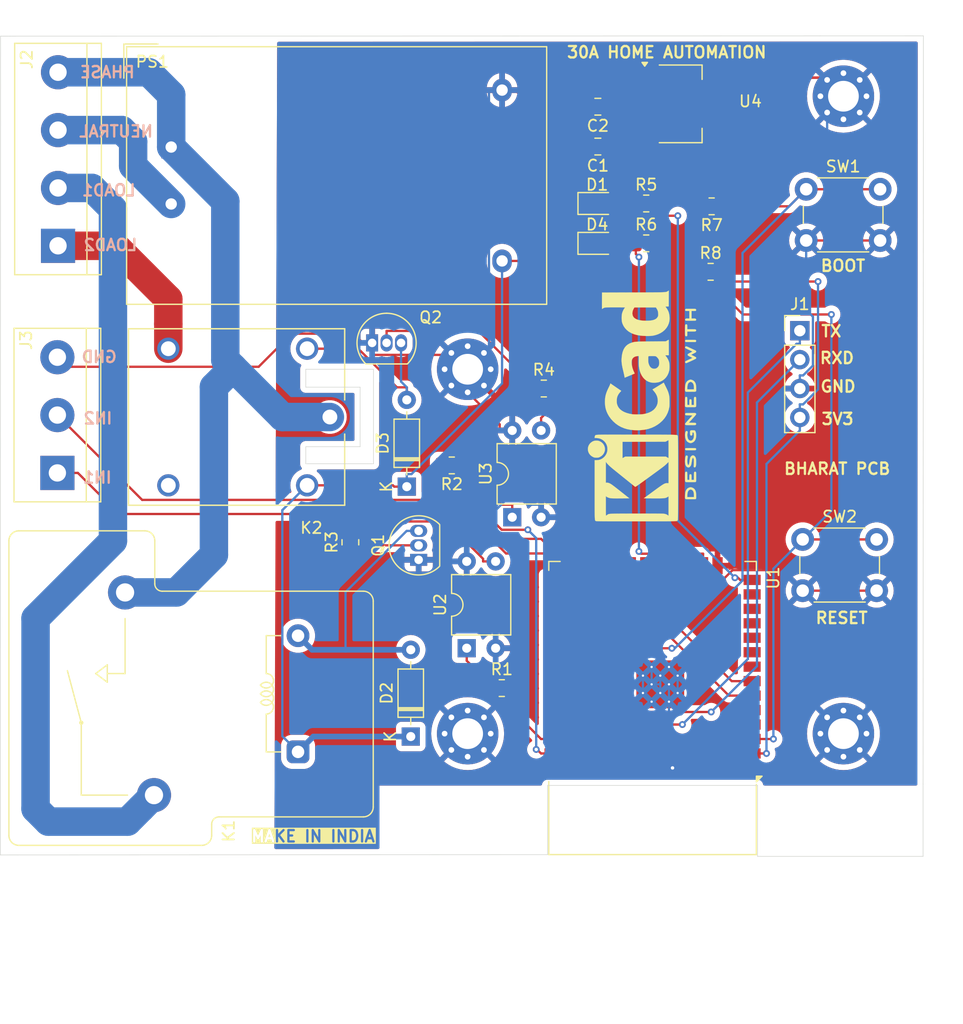
<source format=kicad_pcb>
(kicad_pcb (version 20240108) (generator "pcbnew") (generator_version "8.0")
  (layers (0 "F.Cu" signal) (31 "B.Cu" signal) (34 "B.Paste" user) (35 "F.Paste" user) (36 "B.SilkS" user "B.Silkscreen") (37 "F.SilkS" user "F.Silkscreen") (38 "B.Mask" user) (39 "F.Mask" user) (44 "Edge.Cuts" user))
  (net 0 "")
  (net 1 "/5V")
  (net 2 "GND")
  (net 3 "/3V3")
  (net 4 "Net-(D1-A)")
  (net 5 "Net-(D2-A)")
  (net 6 "Net-(D3-A)")
  (net 7 "Net-(D4-A)")
  (net 8 "/RXD")
  (net 9 "/TXD")
  (net 10 "/L1")
  (net 11 "/N")
  (net 12 "/L2")
  (net 13 "/P")
  (net 14 "/IN2")
  (net 15 "/IN1")
  (net 17 "Net-(Q1-B)")
  (net 18 "Net-(Q2-B)")
  (net 19 "/R1")
  (net 20 "Net-(R1-Pad1)")
  (net 21 "Net-(R2-Pad1)")
  (net 22 "/R2")
  (net 23 "Net-(R3-Pad2)")
  (net 24 "Net-(R4-Pad2)")
  (net 25 "/LED1")
  (net 26 "/LED2")
  (net 27 "/BOOT")
  (net 28 "/EN")
  (footprint "MountingHole:MountingHole_2.7mm_M2.5_Pad_Via" (layer "F.Cu") (at 147 119)
    (property "Reference" "H4" (hide yes))
    (property "Value" "MountingHole_Pad")
  )
  (footprint "Symbol:KiCad-Logo2_8mm_SilkScreen" (layer "F.Cu") (at 161.501424 90.234893 90)
    (property "Reference" "REF**" (hide yes))
    (property "Value" "KiCad-Logo2_8mm_SilkScreen" (hide yes))
  )
  (footprint "Package_DIP:DIP-4_W7.62mm" (layer "F.Cu") (at 146.9175 111.495 90)
    (property "Reference" "U2")
    (property "Value" "PC817")
  )
  (footprint "Relay_THT:Relay_SPST_RAYEX-L90AS" (layer "F.Cu") (at 134.6325 115.5 180)
    (property "Reference" "K1")
    (property "Value" "RAYEX-L90AS")
  )
  (footprint "Resistor_SMD:R_0805_2012Metric" (layer "F.Cu") (at 162.6925 72.445)
    (property "Reference" "R5")
    (property "Value" "1K")
  )
  (footprint "LED_SMD:LED_0805_2012Metric" (layer "F.Cu") (at 158.38 75.945)
    (property "Reference" "D4")
    (property "Value" "LED")
  )
  (footprint "Package_TO_SOT_SMD:SOT-223-3_TabPin2" (layer "F.Cu") (at 165.6925 63.695)
    (property "Reference" "U4")
    (property "Value" "AMS1117-3.3")
  )
  (footprint "Converter_ACDC:Converter_ACDC_Hi-Link_HLK-PMxx" (layer "F.Cu") (at 120.945 67.4875)
    (property "Reference" "PS1")
    (property "Value" "HLK-PM01")
  )
  (footprint "Resistor_SMD:R_0805_2012Metric" (layer "F.Cu") (at 168.4425 72.695 180)
    (property "Reference" "R7")
    (property "Value" "10K")
  )
  (footprint "Package_DIP:DIP-4_W7.62mm" (layer "F.Cu") (at 150.9175 99.995 90)
    (property "Reference" "U3")
    (property "Value" "PC817")
  )
  (footprint "Button_Switch_THT:SW_PUSH_6mm" (layer "F.Cu") (at 176.75 71.195)
    (property "Reference" "SW1")
    (property "Value" "SW_Push")
  )
  (footprint "Package_TO_SOT_THT:TO-92_Inline" (layer "F.Cu") (at 138.605 84.685)
    (property "Reference" "Q2")
    (property "Value" "S8050")
  )
  (footprint "Resistor_SMD:R_0805_2012Metric" (layer "F.Cu") (at 150 115)
    (property "Reference" "R1")
    (property "Value" "1K")
  )
  (footprint "Resistor_SMD:R_0805_2012Metric" (layer "F.Cu") (at 145.605 95.445 180)
    (property "Reference" "R2")
    (property "Value" "1K")
  )
  (footprint "MountingHole:MountingHole_2.7mm_M2.5_Pad_Via" (layer "F.Cu") (at 180.025 119)
    (property "Reference" "H2" (hide yes))
    (property "Value" "MountingHole_Pad")
  )
  (footprint "Connector_PinHeader_2.54mm:PinHeader_1x04_P2.54mm_Vertical" (layer "F.Cu") (at 176.1925 83.615)
    (property "Reference" "J1")
    (property "Value" "Conn_01x04_Pin")
  )
  (footprint "RF_Module:ESP32-WROOM-32" (layer "F.Cu") (at 163.25 113.76 180)
    (property "Reference" "U1")
    (property "Value" "ESP32-WROOM-32")
  )
  (footprint "Button_Switch_THT:SW_PUSH_6mm" (layer "F.Cu") (at 176.4425 101.945)
    (property "Reference" "SW2")
    (property "Value" "SW_Push")
  )
  (footprint "Package_TO_SOT_THT:TO-92_Inline" (layer "F.Cu") (at 142.6925 103.735 90)
    (property "Reference" "Q1")
    (property "Value" "S8050")
  )
  (footprint "Capacitor_SMD:C_0805_2012Metric" (layer "F.Cu") (at 158.4425 63.945 180)
    (property "Reference" "C2")
    (property "Value" "22uF")
  )
  (footprint "PR13-5V-450-1C:RELAY_PR13-5V-450-1C" (layer "F.Cu") (at 126.6925 91.195 180)
    (property "Reference" "K2")
    (property "Value" "PR13-5V-450-1C")
  )
  (footprint "Resistor_SMD:R_0805_2012Metric" (layer "F.Cu") (at 153.6925 88.695)
    (property "Reference" "R4")
    (property "Value" "1K")
  )
  (footprint "MountingHole:MountingHole_2.7mm_M2.5_Pad_Via" (layer "F.Cu") (at 147 87)
    (property "Reference" "H3" (hide yes))
    (property "Value" "MountingHole_Pad")
  )
  (footprint "Capacitor_SMD:C_0805_2012Metric" (layer "F.Cu") (at 158.4425 67.445 180)
    (property "Reference" "C1")
    (property "Value" "10uF")
  )
  (footprint "Resistor_SMD:R_0805_2012Metric" (layer "F.Cu") (at 136.6925 102.195 90)
    (property "Reference" "R3")
    (property "Value" "1K")
  )
  (footprint "TerminalBlock:TerminalBlock_bornier-3_P5.08mm" (layer "F.Cu") (at 110.9425 96.105 90)
    (property "Reference" "J3")
    (property "Value" "Screw_Terminal_01x03")
  )
  (footprint "Resistor_SMD:R_0805_2012Metric" (layer "F.Cu") (at 162.6925 75.945)
    (property "Reference" "R6")
    (property "Value" "1K")
  )
  (footprint "Resistor_SMD:R_0805_2012Metric" (layer "F.Cu") (at 168.355 78.445)
    (property "Reference" "R8")
    (property "Value" "10K")
  )
  (footprint "LED_SMD:LED_0805_2012Metric" (layer "F.Cu") (at 158.38 72.445)
    (property "Reference" "D1")
    (property "Value" "LED")
  )
  (footprint "Diode_THT:D_DO-35_SOD27_P7.62mm_Horizontal" (layer "F.Cu") (at 141.65 97.31 90)
    (property "Reference" "D3")
    (property "Value" "1N4148")
  )
  (footprint "Diode_THT:D_DO-35_SOD27_P7.62mm_Horizontal" (layer "F.Cu") (at 142 119.255 90)
    (property "Reference" "D2")
    (property "Value" "1N4148")
  )
  (footprint "TerminalBlock:TerminalBlock_bornier-4_P5.08mm" (layer "F.Cu") (at 111 76.16 90)
    (property "Reference" "J2")
    (property "Value" "Screw_Terminal_01x04")
  )
  (footprint "MountingHole:MountingHole_2.7mm_M2.5_Pad_Via" (layer "F.Cu") (at 180.025 63.025)
    (property "Reference" "H1" (hide yes))
    (property "Value" "MountingHole_Pad")
  )
  (gr_line (start 172.475 129.775) (end 172.475 123.55) (stroke (width 0.05)) (layer "Edge.Cuts"))
  (gr_line (start 106.775 57.75) (end 187.05 57.725) (stroke (width 0.05)) (layer "Edge.Cuts"))
  (gr_line (start 132.775 87) (end 132.775 88.575) (stroke (width 0.05)) (layer "Edge.Cuts"))
  (gr_line (start 138.725 87) (end 138.25 87) (stroke (width 0.05)) (layer "Edge.Cuts"))
  (gr_line (start 138.725 95.3) (end 138.725 87) (stroke (width 0.05)) (layer "Edge.Cuts"))
  (gr_line (start 187.025 129.775) (end 172.475 129.775) (stroke (width 0.05)) (layer "Edge.Cuts"))
  (gr_line (start 138.25 87) (end 132.775 87) (stroke (width 0.05)) (layer "Edge.Cuts"))
  (gr_line (start 105.925 129.65) (end 105.95 57.75) (stroke (width 0.05)) (layer "Edge.Cuts"))
  (gr_line (start 172.475 123.55) (end 154.025 123.55) (stroke (width 0.05)) (layer "Edge.Cuts"))
  (gr_line (start 154.025 123.55) (end 154.025 129.625) (stroke (width 0.05)) (layer "Edge.Cuts"))
  (gr_line (start 137.55 93.8) (end 132.775 93.8) (stroke (width 0.05)) (layer "Edge.Cuts"))
  (gr_line (start 105.95 57.75) (end 106.775 57.75) (stroke (width 0.05)) (layer "Edge.Cuts"))
  (gr_line (start 132.775 88.575) (end 137.55 88.575) (stroke (width 0.05)) (layer "Edge.Cuts"))
  (gr_line (start 132.775 95.3) (end 138.25 95.3) (stroke (width 0.05)) (layer "Edge.Cuts"))
  (gr_line (start 154.025 129.625) (end 105.925 129.65) (stroke (width 0.05)) (layer "Edge.Cuts"))
  (gr_line (start 187.025 123.425) (end 187.025 129.775) (stroke (width 0.05)) (layer "Edge.Cuts"))
  (gr_line (start 187.05 57.725) (end 187.025 123.425) (stroke (width 0.05)) (layer "Edge.Cuts"))
  (gr_line (start 137.55 88.575) (end 137.55 93.8) (stroke (width 0.05)) (layer "Edge.Cuts"))
  (gr_line (start 132.775 93.8) (end 132.775 95.3) (stroke (width 0.05)) (layer "Edge.Cuts"))
  (gr_line (start 138.725 95.3) (end 138.25 95.3) (stroke (width 0.05)) (layer "Edge.Cuts"))
  (gr_text "LOAD2" (at 118.075 76.675 0) (layer "B.SilkS") (effects (font (size 1 1) (thickness 0.2) (bold yes)) (justify left bottom mirror)))
  (gr_text "IN2" (at 115.875 91.9 0) (layer "B.SilkS") (effects (font (size 1 1) (thickness 0.2) (bold yes)) (justify left bottom mirror)))
  (gr_text "PHASE" (at 117.85 61.5 0) (layer "B.SilkS") (effects (font (size 1 1) (thickness 0.2) (bold yes)) (justify left bottom mirror)))
  (gr_text "IN1" (at 115.825 97.1 0) (layer "B.SilkS") (effects (font (size 1 1) (thickness 0.2) (bold yes)) (justify left bottom mirror)))
  (gr_text "GND" (at 116.275 86.5 0) (layer "B.SilkS") (effects (font (size 1 1) (thickness 0.2) (bold yes)) (justify left bottom mirror)))
  (gr_text "NEUTRAL" (at 119.45 66.7 0) (layer "B.SilkS") (effects (font (size 1 1) (thickness 0.2) (bold yes)) (justify left bottom mirror)))
  (gr_text "LOAD1" (at 117.925 71.875 0) (layer "B.SilkS") (effects (font (size 1 1) (thickness 0.2) (bold yes)) (justify left bottom mirror)))
  (gr_text "MAKE IN INDIA" (at 127.875 128.6 0) (layer "F.SilkS" knockout) (effects (font (size 1 1) (thickness 0.2) (bold yes)) (justify left bottom)))
  (gr_text "BOOT" (at 177.925 78.5 0) (layer "F.SilkS") (effects (font (size 1 1) (thickness 0.2) (bold yes)) (justify left bottom)))
  (gr_text "RESET" (at 177.475 109.425 0) (layer "F.SilkS") (effects (font (size 1 1) (thickness 0.2) (bold yes)) (justify left bottom)))
  (gr_text "3V3" (at 178 91.95 0) (layer "F.SilkS") (effects (font (size 1 1) (thickness 0.2) (bold yes)) (justify left bottom)))
  (gr_text "BHARAT PCB" (at 174.7 96.325 0) (layer "F.SilkS") (effects (font (size 1 1) (thickness 0.2) (bold yes)) (justify left bottom)))
  (gr_text "30A HOME AUTOMATION" (at 155.625 59.75 0) (layer "F.SilkS") (effects (font (size 1 1) (thickness 0.2) (bold yes)) (justify left bottom)))
  (gr_text "GND" (at 177.9 89.1 0) (layer "F.SilkS") (effects (font (size 1 1) (thickness 0.2) (bold yes)) (justify left bottom)))
  (gr_text "RXD" (at 177.85 86.6 0) (layer "F.SilkS") (effects (font (size 1 1) (thickness 0.2) (bold yes)) (justify left bottom)))
  (gr_text "TX" (at 177.975 84.25 0) (layer "F.SilkS") (effects (font (size 1 1) (thickness 0.2) (bold yes)) (justify left bottom)))
  (segment (start 141.65 97.31) (end 140.5483 97.31) (width 0.2) (layer "F.Cu") (net 1))
  (segment (start 140.5483 97.31) (end 140.4333 97.195) (width 0.2) (layer "F.Cu") (net 1))
  (segment (start 158.38 76.4902) (end 158.38 68.4575) (width 0.2) (layer "F.Cu") (net 1))
  (segment (start 161.0925 67.445) (end 162.5425 65.995) (width 0.2) (layer "F.Cu") (net 1))
  (segment (start 150.025 77.4875) (end 157.3827 77.4875) (width 0.2) (layer "F.Cu") (net 1))
  (segment (start 158.38 68.4575) (end 159.3925 67.445) (width 0.2) (layer "F.Cu") (net 1))
  (segment (start 159.3925 67.445) (end 161.0925 67.445) (width 0.2) (layer "F.Cu") (net 1))
  (segment (start 140.4333 97.195) (end 132.8925 97.195) (width 0.2) (layer "F.Cu") (net 1))
  (segment (start 157.3827 77.4875) (end 158.38 76.4902) (width 0.2) (layer "F.Cu") (net 1))
  (segment (start 142 119.255) (end 133.438 119.255) (width 0.5) (layer "B.Cu") (net 1))
  (segment (start 141.65 96.2083) (end 142.0631 96.2083) (width 0.2) (layer "B.Cu") (net 1))
  (segment (start 133.438 119.255) (end 132.765 119.9275) (width 0.5) (layer "B.Cu") (net 1))
  (segment (start 150.025 88.2464) (end 150.025 77.4875) (width 0.2) (layer "B.Cu") (net 1))
  (segment (start 141.65 97.31) (end 141.65 96.2083) (width 0.2) (layer "B.Cu") (net 1))
  (segment (start 130.7122 119.2202) (end 130.7122 99.3753) (width 0.2) (layer "B.Cu") (net 1))
  (segment (start 130.7122 99.3753) (end 132.8925 97.195) (width 0.2) (layer "B.Cu") (net 1))
  (segment (start 142.0631 96.2083) (end 150.025 88.2464) (width 0.2) (layer "B.Cu") (net 1))
  (segment (start 132.765 119.9275) (end 132.092 120.6) (width 0.5) (layer "B.Cu") (net 1))
  (segment (start 132.765 119.9275) (end 132.0925 120.6) (width 0.2) (layer "B.Cu") (net 1))
  (segment (start 132.092 120.6) (end 130.7122 119.2202) (width 0.2) (layer "B.Cu") (net 1))
  (segment (start 157.4425 72.445) (end 157.4425 75.945) (width 0.2) (layer "F.Cu") (net 2))
  (segment (start 145.3995 85.7367) (end 138.605 85.7367) (width 0.2) (layer "F.Cu") (net 2))
  (segment (start 174.1697 61.395) (end 178.395 61.395) (width 0.2) (layer "F.Cu") (net 2))
  (segment (start 164.6925 116.195) (end 165.455 116.195) (width 0.2) (layer "F.Cu") (net 2))
  (segment (start 157.4425 72.445) (end 157.4925 72.395) (width 0.2) (layer "F.Cu") (net 2))
  (segment (start 168.96 104.25) (end 168.96 105.3017) (width 0.2) (layer "F.Cu") (net 2))
  (segment (start 145.5681 85.5681) (end 145.3995 85.7367) (width 0.2) (layer "F.Cu") (net 2))
  (segment (start 177.015 122.01) (end 172 122.01) (width 0.2) (layer "F.Cu") (net 2))
  (segment (start 147 87) (end 144.975 87) (width 0.2) (layer "F.Cu") (net 2))
  (segment (start 162.5425 61.395) (end 174.1697 61.395) (width 0.2) (layer "F.Cu") (net 2))
  (segment (start 180.025 119) (end 178 119) (width 0.2) (layer "F.Cu") (net 2))
  (segment (start 157.4925 63.945) (end 160.0425 61.395) (width 0.2) (layer "F.Cu") (net 2))
  (segment (start 183.25 75.695) (end 176.75 75.695) (width 0.2) (layer "F.Cu") (net 2))
  (segment (start 131.5402 83.875) (end 136.9683 83.875) (width 0.2) (layer "F.Cu") (net 2))
  (segment (start 178.395 61.395) (end 178.5931 61.5931) (width 0.2) (layer "F.Cu") (net 2))
  (segment (start 146.9175 103.875) (end 145.8158 103.875) (width 0.2) (layer "F.Cu") (net 2))
  (segment (start 162.405 116.195) (end 163.1675 116.195) (width 0.2) (layer "F.Cu") (net 2))
  (segment (start 157.4925 67.445) (end 157.4925 63.945) (width 0.2) (layer "F.Cu") (net 2))
  (segment (start 164.6925 116.195) (end 163.93 116.195) (width 0.2) (layer "F.Cu") (net 2))
  (segment (start 165.0048 122.01) (end 172 122.01) (width 0.2) (layer "F.Cu") (net 2))
  (segment (start 168.96 105.3017) (end 169.6177 105.3017) (width 0.2) (layer "F.Cu") (net 2))
  (segment (start 147 119) (end 144.975 119) (width 0.2) (layer "F.Cu") (net 2))
  (segment (start 163.93 114.67) (end 164.6925 114.67) (width 0.2) (layer "F.Cu") (net 2))
  (segment (start 163.1675 116.195) (end 163.93 116.195) (width 0.2) (layer "F.Cu") (net 2))
  (segment (start 136.9683 83.875) (end 137.7783 84.685) (width 0.2) (layer "F.Cu") (net 2))
  (segment (start 170.275 104.6444) (end 174.6419 104.6444) (width 0.2) (layer "F.Cu") (net 2))
  (segment (start 142.6925 103.735) (end 145.6758 103.735) (width 0.2) (layer "F.Cu") (net 2))
  (segment (start 138.605 84.685) (end 137.7783 84.685) (width 0.2) (layer "F.Cu") (net 2))
  (segment (start 128.6331 86.7821) (end 131.5402 83.875) (width 0.2) (layer "F.Cu") (net 2))
  (segment (start 179.1862 121.025) (end 178.5931 120.4319) (width 0.2) (layer "F.Cu") (net 2))
  (segment (start 149.025 119) (end 147 119) (width 0.2) (layer "F.Cu") (net 2))
  (segment (start 149.8158 92.375) (end 149.8158 91.8408) (width 0.2) (layer "F.Cu") (net 2))
  (segment (start 157.4925 72.395) (end 157.4925 67.445) (width 0.2) (layer "F.Cu") (net 2))
  (segment (start 149.025 87) (end 147 87) (width 0.2) (layer "F.Cu") (net 2))
  (segment (start 174.6419 104.6444) (end 176.4425 106.445) (width 0.2) (layer "F.Cu") (net 2))
  (segment (start 150.025 62.4875) (end 151.1767 62.4875) (width 0.2) (layer "F.Cu") (net 2))
  (segment (start 182.9425 106.445) (end 176.4425 106.445) (width 0.2) (layer "F.Cu") (net 2))
  (segment (start 163.93 113.145) (end 164.6925 113.145) (width 0.2) (layer "F.Cu") (net 2))
  (segment (start 162.405 113.9075) (end 163.93 113.9075) (width 0.2) (layer "F.Cu") (net 2))
  (segment (start 154.5 122.01) (end 165.0048 122.01) (width 0.2) (layer "F.Cu") (net 2))
  (segment (start 160.0425 61.395) (end 162.5425 61.395) (width 0.2) (layer "F.Cu") (net 2))
  (segment (start 145.6758 103.735) (end 145.8158 103.875) (width 0.2) (layer "F.Cu") (net 2))
  (segment (start 163.93 113.9075) (end 165.455 113.9075) (width 0.2) (layer "F.Cu") (net 2))
  (segment (start 149.8158 91.8408) (end 147 89.025) (width 0.2) (layer "F.Cu") (net 2))
  (segment (start 154.5 122.01) (end 150.01 122.01) (width 0.2) (layer "F.Cu") (net 2))
  (segment (start 178.5931 120.4319) (end 177.015 122.01) (width 0.2) (layer "F.Cu") (net 2))
  (segment (start 180.025 63.025) (end 178 63.025) (width 0.2) (layer "F.Cu") (net 2))
  (segment (start 111.7796 86.7821) (end 128.6331 86.7821) (width 0.2) (layer "F.Cu") (net 2))
  (segment (start 180.025 121.025) (end 179.1862 121.025) (width 0.2) (layer "F.Cu") (net 2))
  (segment (start 164.6925 114.67) (end 165.455 114.67) (width 0.2) (layer "F.Cu") (net 2))
  (segment (start 150.01 122.01) (end 148.4319 120.4319) (width 0.2) (layer "F.Cu") (net 2))
  (segment (start 151.1767 62.4875) (end 152.6342 63.945) (width 0.2) (layer "F.Cu") (net 2))
  (segment (start 162.405 113.145) (end 163.1675 113.145) (width 0.2) (layer "F.Cu") (net 2))
  (segment (start 174.1697 61.395) (end 179.63 61.395) (width 0.2) (layer "F.Cu") (net 2))
  (segment (start 138.605 84.685) (end 138.605 85.7367) (width 0.2) (layer "F.Cu") (net 2))
  (segment (start 182.05 63.025) (end 180.025 63.025) (width 0.2) (layer "F.Cu") (net 2))
  (segment (start 162.405 114.67) (end 163.1675 114.67) (width 0.2) (layer "F.Cu") (net 2))
  (segment (start 110.9425 85.945) (end 111.7796 86.7821) (width 0.2) (layer "F.Cu") (net 2))
  (segment (start 179.63 61.395) (end 180.025 61) (width 0.2) (layer "F.Cu") (net 2))
  (segment (start 152.6342 63.945) (end 157.4925 63.945) (width 0.2) (layer "F.Cu") (net 2))
  (segment (start 150.9175 92.375) (end 149.8158 92.375) (width 0.2) (layer "F.Cu") (net 2))
  (segment (start 163.1675 114.67) (end 163.93 114.67) (width 0.2) (layer "F.Cu") (net 2))
  (segment (start 169.6177 105.3017) (end 170.275 104.6444) (width 0.2) (layer "F.Cu") (net 2))
  (segment (start 163.1675 113.145) (end 163.93 113.145) (width 0.2) (layer "F.Cu") (net 2))
  (segment (start 182.05 119) (end 180.025 119) (width 0.2) (layer "F.Cu") (net 2))
  (segment (start 164.6925 113.145) (end 165.455 113.145) (width 0.2) (layer "F.Cu") (net 2))
  (via (at 165.0048 122.01) (size 0.6) (drill 0.3) (layers "F.Cu" "B.Cu") (net 2))
  (segment (start 149.025 119.8388) (end 149.025 119) (width 0.2) (layer "B.Cu") (net 2))
  (segment (start 182.9425 106.445) (end 182.05 107.3375) (width 0.2) (layer "B.Cu") (net 2))
  (segment (start 181.4569 117.5681) (end 182.05 117.5681) (width 0.2) (layer "B.Cu") (net 2))
  (segment (start 144.975 87.8388) (end 144.975 87) (width 0.2) (layer "B.Cu") (net 2))
  (segment (start 145.5681 120.4319) (end 144.975 119.8388) (width 0.2) (layer "B.Cu") (net 2))
  (segment (start 177.3442 82.3841) (end 177.3442 86.6796) (width 0.2) (layer "B.Cu") (net 2))
  (segment (start 164.6925 121.6977) (end 164.6925 116.195) (width 0.2) (layer "B.Cu") (net 2))
  (segment (start 146.9175 104.9767) (end 149.4575 107.5167) (width 0.2) (layer "B.Cu") (net 2))
  (segment (start 150.025 62.4875) (end 148.8733 62.4875) (width 0.2) (layer "B.Cu") (net 2))
  (segment (start 180.025 116.975) (end 180.025 119) (width 0.2) (layer "B.Cu") (net 2))
  (segment (start 178.5931 73.8519) (end 176.75 75.695) (width 0.2) (layer "B.Cu") (net 2))
  (segment (start 149.4575 107.5167) (end 149.4575 111.495) (width 0.2) (layer "B.Cu") (net 2))
  (segment (start 180.025 121.025) (end 180.025 119) (width 0.2) (layer "B.Cu") (net 2))
  (segment (start 148.8733 85.1267) (end 148.4319 85.5681) (width 0.2) (layer "B.Cu") (net 2))
  (segment (start 148.4319 88.4319) (end 148.4319 87.5931) (width 0.2) (layer "B.Cu") (net 2))
  (segment (start 147 89.025) (end 147 87) (width 0.2) (layer "B.Cu") (net 2))
  (segment (start 176.75 75.695) (end 176.75 81.7899) (width 0.2) (layer "B.Cu") (net 2))
  (segment (start 148.4319 120.4319) (end 149.025 119.8388) (width 0.2) (layer "B.Cu") (net 2))
  (segment (start 181.4569 61.5931) (end 182.05 62.1862) (width 0.2) (layer "B.Cu") (net 2))
  (segment (start 162.405 115.4325) (end 162.405 113.9075) (width 0.2) (layer "B.Cu") (net 2))
  (segment (start 178 63.8638) (end 178 63.025) (width 0.2) (layer "B.Cu") (net 2))
  (segment (start 163.1675 113.145) (end 163.1675 114.67) (width 0.2) (layer "B.Cu") (net 2))
  (segment (start 148.4319 87.5931) (end 149.025 87) (width 0.2) (layer "B.Cu") (net 2))
  (segment (start 176.4805 87.5433) (end 176.1925 87.5433) (width 0.2) (layer "B.Cu") (net 2))
  (segment (start 150.9175 92.9258) (end 150.9175 97.4549) (width 0.2) (layer "B.Cu") (net 2))
  (segment (start 144.975 118.1612) (end 144.975 119) (width 0.2) (layer "B.Cu") (net 2))
  (segment (start 165.0048 122.01) (end 164.6925 121.6977) (width 0.2) (layer "B.Cu") (net 2))
  (segment (start 150.9175 92.375) (end 150.9175 92.9258) (width 0.2) (layer "B.Cu") (net 2))
  (segment (start 178.5931 117.5681) (end 178 118.1612) (width 0.2) (layer "B.Cu") (net 2))
  (segment (start 147 116.975) (end 147 119) (width 0.2) (layer "B.Cu") (net 2))
  (segment (start 176.75 81.7899) (end 177.3442 82.3841) (width 0.2) (layer "B.Cu") (net 2))
  (segment (start 180.025 63.025) (end 180.025 61) (width 0.2) (layer "B.Cu") (net 2))
  (segment (start 150.9175 97.4549) (end 151.1509 97.6883) (width 0.2) (layer "B.Cu") (net 2))
  (segment (start 182.05 107.3375) (end 182.05 117.5681) (width 0.2) (layer "B.Cu") (net 2))
  (segment (start 165.455 113.9075) (end 165.455 115.4325) (width 0.2) (layer "B.Cu") (net 2))
  (segment (start 181.4569 64.4569) (end 182.05 63.8638) (width 0.2) (layer "B.Cu") (net 2))
  (segment (start 182.05 119.8388) (end 182.05 119) (width 0.2) (layer "B.Cu") (net 2))
  (segment (start 146.9175 101.9217) (end 146.9175 103.875) (width 0.2) (layer "B.Cu") (net 2))
  (segment (start 178 118.1612) (end 178 119) (width 0.2) (layer "B.Cu") (net 2))
  (segment (start 147 84.975) (end 147 87) (width 0.2) (layer "B.Cu") (net 2))
  (segment (start 151.1509 97.6883) (end 146.9175 101.9217) (width 0.2) (layer "B.Cu") (net 2))
  (segment (start 149.4575 111.495) (end 149.4575 116.5425) (width 0.2) (layer "B.Cu") (net 2))
  (segment (start 164.6925 114.67) (end 164.6925 116.195) (width 0.2) (layer "B.Cu") (net 2))
  (segment (start 151.1509 97.6883) (end 152.3559 98.8933) (width 0.2) (layer "B.Cu") (net 2))
  (segment (start 145.5681 88.4319) (end 144.975 87.8388) (width 0.2) (layer "B.Cu") (net 2))
  (segment (start 144.975 119.8388) (end 144.975 119) (width 0.2) (layer "B.Cu") (net 2))
  (segment (start 147 121.025) (end 147 119) (width 0.2) (layer "B.Cu") (net 2))
  (segment (start 177.3442 86.6796) (end 176.4805 87.5433) (width 0.2) (layer "B.Cu") (net 2))
  (segment (start 180.025 65.05) (end 180.025 63.025) (width 0.2) (layer "B.Cu") (net 2))
  (segment (start 182.05 117.5681) (end 182.05 119) (width 0.2) (layer "B.Cu") (net 2))
  (segment (start 149.4575 116.5425) (end 148.4319 117.5681) (width 0.2) (layer "B.Cu") (net 2))
  (segment (start 178.5931 64.4569) (end 178 63.8638) (width 0.2) (layer "B.Cu") (net 2))
  (segment (start 178.5931 64.4569) (end 178.5931 73.8519) (width 0.2) (layer "B.Cu") (net 2))
  (segment (start 163.93 114.67) (end 163.93 113.9075) (width 0.2) (layer "B.Cu") (net 2))
  (segment (start 149.025 86.1612) (end 149.025 87) (width 0.2) (layer "B.Cu") (net 2))
  (segment (start 148.8733 62.4875) (end 148.8733 85.1267) (width 0.2) (layer "B.Cu") (net 2))
  (segment (start 176.1925 88.695) (end 176.1925 87.5433) (width 0.2) (layer "B.Cu") (net 2))
  (segment (start 145.5681 85.5681) (end 144.975 86.1612) (width 0.2) (layer "B.Cu") (net 2))
  (segment (start 182.05 63.8638) (end 182.05 63.025) (width 0.2) (layer "B.Cu") (net 2))
  (segment (start 149.025 118.1612) (end 149.025 119) (width 0.2) (layer "B.Cu") (net 2))
  (segment (start 182.05 62.1862) (end 182.05 63.025) (width 0.2) (layer "B.Cu") (net 2))
  (segment (start 144.975 86.1612) (end 144.975 87) (width 0.2) (layer "B.Cu") (net 2))
  (segment (start 163.93 115.4325) (end 163.93 114.67) (width 0.2) (layer "B.Cu") (net 2))
  (segment (start 153.4575 99.995) (end 153.4575 98.8933) (width 0.2) (layer "B.Cu") (net 2))
  (segment (start 148.4319 117.5681) (end 149.025 118.1612) (width 0.2) (layer "B.Cu") (net 2))
  (segment (start 145.5681 117.5681) (end 144.975 118.1612) (width 0.2) (layer "B.Cu") (net 2))
  (segment (start 181.4569 120.4319) (end 182.05 119.8388) (width 0.2) (layer "B.Cu") (net 2))
  (segment (start 152.3559 98.8933) (end 153.4575 98.8933) (width 0.2) (layer "B.Cu") (net 2))
  (segment (start 148.4319 85.5681) (end 149.025 86.1612) (width 0.2) (layer "B.Cu") (net 2))
  (segment (start 146.9175 103.875) (end 146.9175 104.9767) (width 0.2) (layer "B.Cu") (net 2))
  (segment (start 163.93 114.67) (end 163.1675 114.67) (width 0.2) (layer "B.Cu") (net 2))
  (segment (start 169.2675 78.445) (end 170.1209 79.2984) (width 0.2) (layer "F.Cu") (net 3))
  (segment (start 172 120.74) (end 173.0517 120.74) (width 0.2) (layer "F.Cu") (net 3))
  (segment (start 162.2925 63.945) (end 162.5425 63.695) (width 0.2) (layer "F.Cu") (net 3))
  (segment (start 170.1209 79.2984) (end 177.7923 79.2984) (width 0.2) (layer "F.Cu") (net 3))
  (segment (start 173.0517 120.74) (end 173.2616 120.74) (width 0.2) (layer "F.Cu") (net 3))
  (segment (start 168.1358 64.4017) (end 168.1358 72.695) (width 0.2) (layer "F.Cu") (net 3))
  (segment (start 168.1358 72.695) (end 168.1358 77.3133) (width 0.2) (layer "F.Cu") (net 3))
  (segment (start 168.8425 63.695) (end 162.5425 63.695) (width 0.2) (layer "F.Cu") (net 3))
  (segment (start 159.3925 63.945) (end 162.2925 63.945) (width 0.2) (layer "F.Cu") (net 3))
  (segment (start 167.53 72.695) (end 168.1358 72.695) (width 0.2) (layer "F.Cu") (net 3))
  (segment (start 168.8425 63.695) (end 168.1358 64.4017) (width 0.2) (layer "F.Cu") (net 3))
  (segment (start 168.1358 77.3133) (end 169.2675 78.445) (width 0.2) (layer "F.Cu") (net 3))
  (via (at 177.7923 79.2984) (size 0.6) (drill 0.3) (layers "F.Cu" "B.Cu") (net 3))
  (via (at 173.2616 120.74) (size 0.6) (drill 0.3) (layers "F.Cu" "B.Cu") (net 3))
  (segment (start 176.1925 91.235) (end 176.1925 92.3867) (width 0.2) (layer "B.Cu") (net 3))
  (segment (start 176.1925 92.3867) (end 173.2616 95.3176) (width 0.2) (layer "B.Cu") (net 3))
  (segment (start 176.4804 90.0833) (end 177.7923 88.7714) (width 0.2) (layer "B.Cu") (net 3))
  (segment (start 173.2616 95.3176) (end 173.2616 120.74) (width 0.2) (layer "B.Cu") (net 3))
  (segment (start 177.7923 88.7714) (end 177.7923 79.2984) (width 0.2) (layer "B.Cu") (net 3))
  (segment (start 176.1925 90.0833) (end 176.4804 90.0833) (width 0.2) (layer "B.Cu") (net 3))
  (segment (start 176.1925 91.235) (end 176.1925 90.0833) (width 0.2) (layer "B.Cu") (net 3))
  (segment (start 159.3175 72.445) (end 160.3835 71.379) (width 0.2) (layer "F.Cu") (net 4))
  (segment (start 160.3835 71.379) (end 162.539 71.379) (width 0.2) (layer "F.Cu") (net 4))
  (segment (start 162.539 71.379) (end 163.605 72.445) (width 0.2) (layer "F.Cu") (net 4))
  (segment (start 136.2672 111.635) (end 136.2672 106.5686) (width 0.2) (layer "B.Cu") (net 5))
  (segment (start 132.71 111.0175) (end 132.092 110.4) (width 0.5) (layer "B.Cu") (net 5))
  (segment (start 133.328 111.635) (end 132.71 111.0175) (width 0.5) (layer "B.Cu") (net 5))
  (segment (start 136.2672 106.5686) (end 141.6408 101.195) (width 0.2) (layer "B.Cu") (net 5))
  (segment (start 132.71 111.0175) (end 132.0925 110.4) (width 0.2) (layer "B.Cu") (net 5))
  (segment (start 142.6925 101.195) (end 141.6408 101.195) (width 0.2) (layer "B.Cu") (net 5))
  (segment (start 136.2672 111.635) (end 133.328 111.635) (width 0.5) (layer "B.Cu") (net 5))
  (segment (start 142 111.635) (end 136.2672 111.635) (width 0.5) (layer "B.Cu") (net 5))
  (segment (start 140.7804 88.5883) (end 141.65 88.5883) (width 0.2) (layer "F.Cu") (net 6))
  (segment (start 141.65 89.69) (end 141.65 88.5883) (width 0.2) (layer "F.Cu") (net 6))
  (segment (start 132.8925 85.195) (end 137.3871 85.195) (width 0.2) (layer "F.Cu") (net 6))
  (segment (start 137.3871 85.195) (end 140.7804 88.5883) (width 0.2) (layer "F.Cu") (net 6))
  (segment (start 141.65 89.69) (end 141.65 88.5883) (width 0.2) (layer "B.Cu") (net 6))
  (segment (start 141.65 88.5883) (end 141.145 88.0833) (width 0.2) (layer "B.Cu") (net 6))
  (segment (start 141.145 88.0833) (end 141.145 84.685) (width 0.2) (layer "B.Cu") (net 6))
  (segment (start 159.3175 75.945) (end 160.3501 74.9124) (width 0.2) (layer "F.Cu") (net 7))
  (segment (start 162.5724 74.9124) (end 163.605 75.945) (width 0.2) (layer "F.Cu") (net 7))
  (segment (start 160.3501 74.9124) (end 162.5724 74.9124) (width 0.2) (layer "F.Cu") (net 7))
  (segment (start 155.7195 117.0978) (end 168.4028 117.0978) (width 0.2) (layer "F.Cu") (net 8))
  (segment (start 155.5517 116.93) (end 155.7195 117.0978) (width 0.2) (layer "F.Cu") (net 8))
  (segment (start 154.5 116.93) (end 155.5517 116.93) (width 0.2) (layer "F.Cu") (net 8))
  (via (at 168.4028 117.0978) (size 0.6) (drill 0.3) (layers "F.Cu" "B.Cu") (net 8))
  (segment (start 168.4028 117.0978) (end 172.4263 113.0743) (width 0.2) (layer "B.Cu") (net 8))
  (segment (start 172.4263 113.0743) (end 172.4263 89.9212) (width 0.2) (layer "B.Cu") (net 8))
  (segment (start 172.4263 89.9212) (end 176.1925 86.155) (width 0.2) (layer "B.Cu") (net 8))
  (segment (start 154.5 118.2) (end 165.8707 118.2) (width 0.2) (layer "F.Cu") (net 9))
  (via (at 165.8707 118.2) (size 0.6) (drill 0.3) (layers "F.Cu" "B.Cu") (net 9))
  (segment (start 171.6243 89.047) (end 175.9046 84.7667) (width 0.2) (layer "B.Cu") (net 9))
  (segment (start 175.9046 84.7667) (end 176.1925 84.7667) (width 0.2) (layer "B.Cu") (net 9))
  (segment (start 176.1925 83.615) (end 176.1925 84.7667) (width 0.2) (layer "B.Cu") (net 9))
  (segment (start 171.6243 112.4464) (end 171.6243 89.047) (width 0.2) (layer "B.Cu") (net 9))
  (segment (start 165.8707 118.2) (end 171.6243 112.4464) (width 0.2) (layer "B.Cu") (net 9))
  (segment (start 117.108 126.725) (end 118.27 125.5625) (width 2.5) (layer "B.Cu") (net 10))
  (segment (start 111 71.08) (end 113.98 71.08) (width 2.5) (layer "B.Cu") (net 10))
  (segment (start 118.27 125.5625) (end 119.432 124.4) (width 2.5) (layer "B.Cu") (net 10))
  (segment (start 109.025 125.6) (end 110.15 126.725) (width 2.5) (layer "B.Cu") (net 10))
  (segment (start 115.825 72.925) (end 115.825 102.075) (width 2.5) (layer "B.Cu") (net 10))
  (segment (start 113.98 71.08) (end 115.825 72.925) (width 2.5) (layer "B.Cu") (net 10))
  (segment (start 110.15 126.725) (end 117.108 126.725) (width 2.5) (layer "B.Cu") (net 10))
  (segment (start 118.27 125.5625) (end 119.4325 124.4) (width 0.2) (layer "B.Cu") (net 10))
  (segment (start 109.025 108.875) (end 109.025 125.6) (width 2.5) (layer "B.Cu") (net 10))
  (segment (start 115.825 102.075) (end 109.025 108.875) (width 2.5) (layer "B.Cu") (net 10))
  (segment (start 116.6 66) (end 117.6 67) (width 2.5) (layer "B.Cu") (net 11))
  (segment (start 111 66) (end 116.6 66) (width 2.5) (layer "B.Cu") (net 11))
  (segment (start 117.6 69.1425) (end 120.945 72.4875) (width 2.5) (layer "B.Cu") (net 11))
  (segment (start 117.6 67) (end 117.6 69.1425) (width 2.5) (layer "B.Cu") (net 11))
  (segment (start 120.692 83.0187) (end 120.692 85.195) (width 2.5) (layer "F.Cu") (net 12))
  (segment (start 116.01 76.16) (end 120.692 80.8425) (width 2.5) (layer "F.Cu") (net 12))
  (segment (start 111 76.16) (end 116.01 76.16) (width 2.5) (layer "F.Cu") (net 12))
  (segment (start 120.692 80.8425) (end 120.692 83.0187) (width 2.5) (layer "F.Cu") (net 12))
  (segment (start 120.692 83.0187) (end 120.6925 83.0192) (width 0.2) (layer "F.Cu") (net 12))
  (segment (start 120.6925 83.0192) (end 120.6925 85.195) (width 0.2) (layer "F.Cu") (net 12))
  (segment (start 126.388 86.8625) (end 125.7 86.175) (width 2.5) (layer "B.Cu") (net 13))
  (segment (start 111 60.92) (end 118.97 60.92) (width 2.5) (layer "B.Cu") (net 13))
  (segment (start 125.7 86.175) (end 125.7 72.2425) (width 2.5) (layer "B.Cu") (net 13))
  (segment (start 124.7 88.55) (end 126.388 86.8625) (width 2.5) (layer "B.Cu") (net 13))
  (segment (start 134.892 91.195) (end 130.72 91.195) (width 2.5) (layer "B.Cu") (net 13))
  (segment (start 116.8925 106.6) (end 121.4 106.6) (width 2.5) (layer "B.Cu") (net 13))
  (segment (start 121.4 106.6) (end 124.7 103.3) (width 2.5) (layer "B.Cu") (net 13))
  (segment (start 130.72 91.195) (end 126.388 86.8625) (width 2.5) (layer "B.Cu") (net 13))
  (segment (start 116.892 106.6) (end 116.8925 106.6) (width 2.5) (layer "B.Cu") (net 13))
  (segment (start 120.945 62.895) (end 120.945 67.4875) (width 2.5) (layer "B.Cu") (net 13))
  (segment (start 134.892 91.195) (end 134.8925 91.195) (width 0.2) (layer "B.Cu") (net 13))
  (segment (start 124.7 103.3) (end 124.7 88.55) (width 2.5) (layer "B.Cu") (net 13))
  (segment (start 118.97 60.92) (end 120.945 62.895) (width 2.5) (layer "B.Cu") (net 13))
  (segment (start 125.7 72.2425) (end 120.945 67.4875) (width 2.5) (layer "B.Cu") (net 13))
  (segment (start 118.3892 98.4717) (end 110.9425 91.025) (width 0.2) (layer "F.Cu") (net 14))
  (segment (start 149.939 101.8942) (end 146.5165 98.4717) (width 0.2) (layer "F.Cu") (net 14))
  (segment (start 172 114.39) (end 170.2066 114.39) (width 0.2) (layer "F.Cu") (net 14))
  (segment (start 160.107 108.5481) (end 153.4531 101.8942) (width 0.2) (layer "F.Cu") (net 14))
  (segment (start 170.2066 114.39) (end 164.3647 108.5481) (width 0.2) (layer "F.Cu") (net 14))
  (segment (start 146.5165 98.4717) (end 118.3892 98.4717) (width 0.2) (layer "F.Cu") (net 14))
  (segment (start 153.4531 101.8942) (end 149.939 101.8942) (width 0.2) (layer "F.Cu") (net 14))
  (segment (start 164.3647 108.5481) (end 160.107 108.5481) (width 0.2) (layer "F.Cu") (net 14))
  (segment (start 154.1313 103.1765) (end 150.3704 103.1765) (width 0.2) (layer "F.Cu") (net 15))
  (segment (start 146.9057 99.7118) (end 116.351 99.7118) (width 0.2) (layer "F.Cu") (net 15))
  (segment (start 160.3063 109.3515) (end 154.1313 103.1765) (width 0.2) (layer "F.Cu") (net 15))
  (segment (start 150.3704 103.1765) (end 146.9057 99.7118) (width 0.2) (layer "F.Cu") (net 15))
  (segment (start 163.6444 109.3515) (end 160.3063 109.3515) (width 0.2) (layer "F.Cu") (net 15))
  (segment (start 169.9529 115.66) (end 163.6444 109.3515) (width 0.2) (layer "F.Cu") (net 15))
  (segment (start 110.9425 96.105) (end 112.7442 96.105) (width 0.2) (layer "F.Cu") (net 15))
  (segment (start 116.351 99.7118) (end 112.7442 96.105) (width 0.2) (layer "F.Cu") (net 15))
  (segment (start 172 115.66) (end 169.9529 115.66) (width 0.2) (layer "F.Cu") (net 15))
  (segment (start 137.335 102.465) (end 136.6925 103.1075) (width 0.2) (layer "F.Cu") (net 17))
  (segment (start 142.6925 102.465) (end 137.335 102.465) (width 0.2) (layer "F.Cu") (net 17))
  (segment (start 152.78 88.4749) (end 147.9384 83.6333) (width 0.2) (layer "F.Cu") (net 18))
  (segment (start 139.875 84.685) (end 139.875 83.6333) (width 0.2) (layer "F.Cu") (net 18))
  (segment (start 147.9384 83.6333) (end 139.875 83.6333) (width 0.2) (layer "F.Cu") (net 18))
  (segment (start 152.78 88.695) (end 152.78 88.4749) (width 0.2) (layer "F.Cu") (net 18))
  (segment (start 150.9125 115) (end 150.9125 116.9342) (width 0.2) (layer "F.Cu") (net 19))
  (segment (start 150.9125 116.9342) (end 153.4483 119.47) (width 0.2) (layer "F.Cu") (net 19))
  (segment (start 154.5 119.47) (end 153.4483 119.47) (width 0.2) (layer "F.Cu") (net 19))
  (segment (start 149.0875 114.7667) (end 146.9175 112.5967) (width 0.2) (layer "F.Cu") (net 20))
  (segment (start 149.0875 115) (end 149.0875 114.7667) (width 0.2) (layer "F.Cu") (net 20))
  (segment (start 146.9175 111.495) (end 146.9175 112.5967) (width 0.2) (layer "F.Cu") (net 20))
  (segment (start 149.9658 98.8933) (end 150.9175 98.8933) (width 0.2) (layer "F.Cu") (net 21))
  (segment (start 146.5175 95.445) (end 149.9658 98.8933) (width 0.2) (layer "F.Cu") (net 21))
  (segment (start 150.9175 99.995) (end 150.9175 98.8933) (width 0.2) (layer "F.Cu") (net 21))
  (segment (start 144.6925 95.445) (end 144.6925 95.7967) (width 0.2) (layer "F.Cu") (net 22))
  (segment (start 149.9925 101.0967) (end 152.2884 101.0967) (width 0.2) (layer "F.Cu") (net 22))
  (segment (start 153.0235 120.3875) (end 153.0958 120.3875) (width 0.2) (layer "F.Cu") (net 22))
  (segment (start 144.6925 95.7967) (end 149.9925 101.0967) (width 0.2) (layer "F.Cu") (net 22))
  (segment (start 154.5 120.74) (end 153.4483 120.74) (width 0.2) (layer "F.Cu") (net 22))
  (segment (start 153.0958 120.3875) (end 153.4483 120.74) (width 0.2) (layer "F.Cu") (net 22))
  (via (at 152.2884 101.0967) (size 0.6) (drill 0.3) (layers "F.Cu" "B.Cu") (net 22))
  (via (at 153.0235 120.3875) (size 0.6) (drill 0.3) (layers "F.Cu" "B.Cu") (net 22))
  (segment (start 153.0235 101.8318) (end 152.2884 101.0967) (width 0.2) (layer "B.Cu") (net 22))
  (segment (start 153.0235 120.3875) (end 153.0235 101.8318) (width 0.2) (layer "B.Cu") (net 22))
  (segment (start 136.6925 101.2825) (end 137.6082 100.3668) (width 0.2) (layer "F.Cu") (net 23))
  (segment (start 137.6082 100.3668) (end 145.0759 100.3668) (width 0.2) (layer "F.Cu") (net 23))
  (segment (start 149.4575 103.875) (end 148.3558 103.875) (width 0.2) (layer "F.Cu") (net 23))
  (segment (start 145.0759 100.3668) (end 148.3558 103.6467) (width 0.2) (layer "F.Cu") (net 23))
  (segment (start 148.3558 103.6467) (end 148.3558 103.875) (width 0.2) (layer "F.Cu") (net 23))
  (segment (start 154.605 88.695) (end 154.605 90.1258) (width 0.2) (layer "F.Cu") (net 24))
  (segment (start 154.605 90.1258) (end 153.4575 91.2733) (width 0.2) (layer "F.Cu") (net 24))
  (segment (start 153.4575 92.375) (end 153.4575 91.2733) (width 0.2) (layer "F.Cu") (net 24))
  (segment (start 162.855 73.52) (end 165.469 73.52) (width 0.2) (layer "F.Cu") (net 25))
  (segment (start 170.487 105.31) (end 170.7583 105.31) (width 0.2) (layer "F.Cu") (net 25))
  (segment (start 172 105.5) (end 170.9483 105.5) (width 0.2) (layer "F.Cu") (net 25))
  (segment (start 161.78 72.445) (end 162.855 73.52) (width 0.2) (layer "F.Cu") (net 25))
  (segment (start 170.7583 105.31) (end 170.9483 105.5) (width 0.2) (layer "F.Cu") (net 25))
  (via (at 165.469 73.52) (size 0.6) (drill 0.3) (layers "F.Cu" "B.Cu") (net 25))
  (via (at 170.487 105.31) (size 0.6) (drill 0.3) (layers "F.Cu" "B.Cu") (net 25))
  (segment (start 165.469 100.292) (end 165.469 73.52) (width 0.2) (layer "B.Cu") (net 25))
  (segment (start 170.487 105.31) (end 165.469 100.292) (width 0.2) (layer "B.Cu") (net 25))
  (segment (start 167.69 104.25) (end 167.69 103.1983) (width 0.2) (layer "F.Cu") (net 26))
  (segment (start 167.69 103.1983) (end 162.2528 103.1983) (width 0.2) (layer "F.Cu") (net 26))
  (segment (start 162.2528 103.1983) (end 162.051 102.9965) (width 0.2) (layer "F.Cu") (net 26))
  (segment (start 161.78 75.945) (end 161.78 76.8779) (width 0.2) (layer "F.Cu") (net 26))
  (segment (start 161.78 76.8779) (end 162.051 77.1489) (width 0.2) (layer "F.Cu") (net 26))
  (via (at 162.051 102.9965) (size 0.6) (drill 0.3) (layers "F.Cu" "B.Cu") (net 26))
  (via (at 162.051 77.1489) (size 0.6) (drill 0.3) (layers "F.Cu" "B.Cu") (net 26))
  (segment (start 162.051 77.1489) (end 162.051 102.9965) (width 0.2) (layer "B.Cu") (net 26))
  (segment (start 175.25 72.695) (end 169.355 72.695) (width 0.2) (layer "F.Cu") (net 27))
  (segment (start 176.75 71.195) (end 175.25 72.695) (width 0.2) (layer "F.Cu") (net 27))
  (segment (start 161.6052 111.504) (end 155.6012 105.5) (width 0.2) (layer "F.Cu") (net 27))
  (segment (start 164.946 111.504) (end 161.6052 111.504) (width 0.2) (layer "F.Cu") (net 27))
  (segment (start 183.25 71.195) (end 176.75 71.195) (width 0.2) (layer "F.Cu") (net 27))
  (segment (start 155.6012 105.5) (end 154.5 105.5) (width 0.2) (layer "F.Cu") (net 27))
  (via (at 164.946 111.504) (size 0.6) (drill 0.3) (layers "F.Cu" "B.Cu") (net 27))
  (segment (start 165.2021 111.504) (end 164.946 111.504) (width 0.2) (layer "B.Cu") (net 27))
  (segment (start 171.155 105.5511) (end 165.2021 111.504) (width 0.2) (layer "B.Cu") (net 27))
  (segment (start 176.75 71.195) (end 171.155 76.79) (width 0.2) (layer "B.Cu") (net 27))
  (segment (start 171.155 76.79) (end 171.155 105.5511) (width 0.2) (layer "B.Cu") (net 27))
  (segment (start 182.9425 101.945) (end 176.4425 101.945) (width 0.2) (layer "F.Cu") (net 28))
  (segment (start 171.1875 82.19) (end 178.9645 82.19) (width 0.2) (layer "F.Cu") (net 28))
  (segment (start 167.4425 78.445) (end 171.1875 82.19) (width 0.2) (layer "F.Cu") (net 28))
  (segment (start 172 119.47) (end 173.0517 119.47) (width 0.2) (layer "F.Cu") (net 28))
  (segment (start 173.0517 119.47) (end 173.8706 119.47) (width 0.2) (layer "F.Cu") (net 28))
  (via (at 178.9645 82.19) (size 0.6) (drill 0.3) (layers "F.Cu" "B.Cu") (net 28))
  (via (at 173.8706 119.47) (size 0.6) (drill 0.3) (layers "F.Cu" "B.Cu") (net 28))
  (segment (start 176.4425 101.945) (end 173.8706 104.5169) (width 0.2) (layer "B.Cu") (net 28))
  (segment (start 173.8706 104.5169) (end 173.8706 119.47) (width 0.2) (layer "B.Cu") (net 28))
  (segment (start 176.4425 101.945) (end 178.9645 99.423) (width 0.2) (layer "B.Cu") (net 28))
  (segment (start 178.9645 99.423) (end 178.9645 82.19) (width 0.2) (layer "B.Cu") (net 28))
  (zone (net 2) (net_name "GND") (layers "F&B.Cu") (connect_pads (clearance 0.5)) (min_thickness 0.25) (fill yes (thermal_gap 0.5) (thermal_bridge_width 0.5))
    (polygon (pts (xy 130.275 54.575) (xy 190.375 54.65) (xy 190.55 133.125) (xy 130 133.125)))
  )
)
</source>
